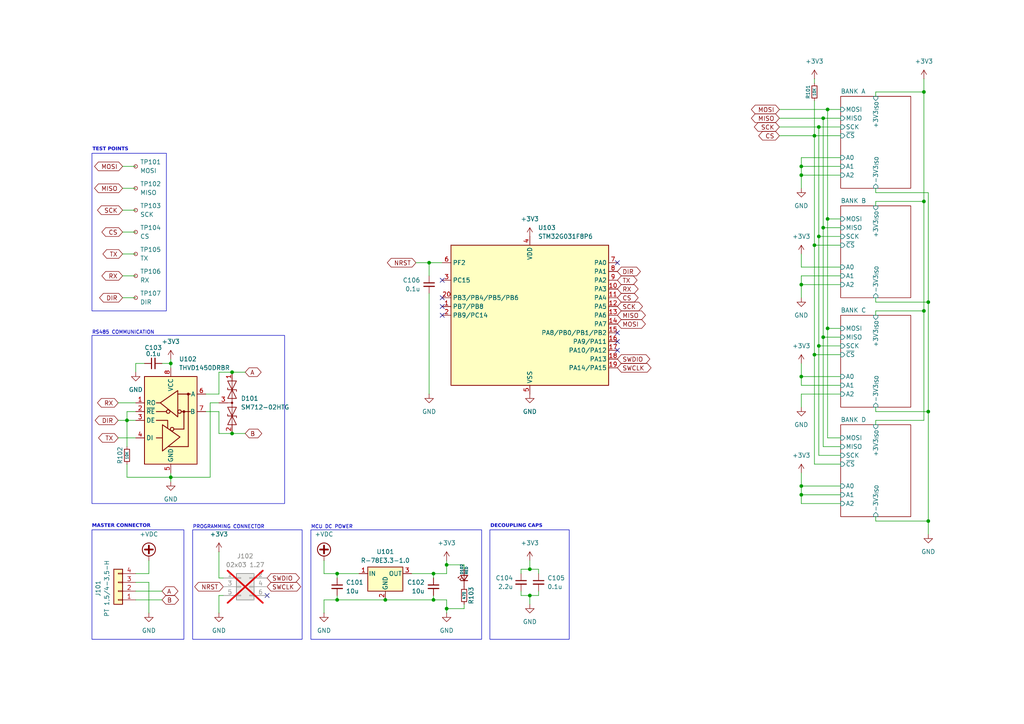
<source format=kicad_sch>
(kicad_sch (version 20250114) (generator "eeschema") (generator_version "9.0")
  (paper "A4")
  (title_block (title "OM-64DO - 64 CHANNEL OUTPUT EXPANSION MODULE (MAIN)") (date "2025-12-08") (rev "1A") (company "HTTPS://GITHUB.COM/OPENMODBUS/OM-64DO") (comment 1 "Supply voltage: 7–28 V DC; Output rating: up to 50 V DC (load side)") (comment 2 "Suitable for driving relay coils and other loads.") (comment 3 "Communicates with other devices via MODBUS and provides 64 low-side outputs.") (comment 4 "Module designed for home industrial automation systems."))
  (lib_symbols
    (symbol "Connector:TestPoint_Small" (pin_numbers (hide yes)) (pin_names (offset 0.762) (hide yes))
      (property "Reference" "TP" (at 0 3.81 0))
      (property "Value" "TestPoint_Small" (at 0 2.032 0))
      (symbol "TestPoint_Small_0_1"
        (circle (center 0 0) (radius 0.508))
      )
      (symbol "TestPoint_Small_1_1"
        (pin passive line (at 0 0 90) (length 0) (name "1") (number "1"))
      )
    )
    (symbol "Connector_Generic:Conn_01x04" (pin_names (offset 1.016) (hide yes))
      (property "Reference" "J" (at 0 5.08 0))
      (property "Value" "Conn_01x04" (at 0 -7.62 0))
      (symbol "Conn_01x04_1_1"
        (rectangle (start -1.27 3.81) (end 1.27 -6.35) (stroke (width 0.254)) (fill (type background)))
        (rectangle (start -1.27 2.667) (end 0 2.413) (stroke (width 0.1524)))
        (rectangle (start -1.27 0.127) (end 0 -0.127) (stroke (width 0.1524)))
        (rectangle (start -1.27 -2.413) (end 0 -2.667) (stroke (width 0.1524)))
        (rectangle (start -1.27 -4.953) (end 0 -5.207) (stroke (width 0.1524)))
        (pin passive line (at -5.08 2.54 0) (length 3.81) (name "Pin_1") (number "1"))
        (pin passive line (at -5.08 0 0) (length 3.81) (name "Pin_2") (number "2"))
        (pin passive line (at -5.08 -2.54 0) (length 3.81) (name "Pin_3") (number "3"))
        (pin passive line (at -5.08 -5.08 0) (length 3.81) (name "Pin_4") (number "4"))
      )
    )
    (symbol "Connector_Generic:Conn_02x03_Odd_Even" (pin_names (offset 1.016) (hide yes))
      (property "Reference" "J" (at 1.27 5.08 0))
      (property "Value" "Conn_02x03_Odd_Even" (at 1.27 -5.08 0))
      (symbol "Conn_02x03_Odd_Even_1_1"
        (rectangle (start -1.27 3.81) (end 3.81 -3.81) (stroke (width 0.254)) (fill (type background)))
        (rectangle (start -1.27 2.667) (end 0 2.413) (stroke (width 0.1524)))
        (rectangle (start -1.27 0.127) (end 0 -0.127) (stroke (width 0.1524)))
        (rectangle (start -1.27 -2.413) (end 0 -2.667) (stroke (width 0.1524)))
        (rectangle (start 3.81 2.667) (end 2.54 2.413) (stroke (width 0.1524)))
        (rectangle (start 3.81 0.127) (end 2.54 -0.127) (stroke (width 0.1524)))
        (rectangle (start 3.81 -2.413) (end 2.54 -2.667) (stroke (width 0.1524)))
        (pin passive line (at -5.08 2.54 0) (length 3.81) (name "Pin_1") (number "1"))
        (pin passive line (at -5.08 0 0) (length 3.81) (name "Pin_3") (number "3"))
        (pin passive line (at -5.08 -2.54 0) (length 3.81) (name "Pin_5") (number "5"))
        (pin passive line (at 7.62 2.54 180) (length 3.81) (name "Pin_2") (number "2"))
        (pin passive line (at 7.62 0 180) (length 3.81) (name "Pin_4") (number "4"))
        (pin passive line (at 7.62 -2.54 180) (length 3.81) (name "Pin_6") (number "6"))
      )
    )
    (symbol "Device:C_Small" (pin_numbers (hide yes)) (pin_names (offset 0.254) (hide yes))
      (property "Reference" "C" (at 0.254 1.778 0))
      (property "Value" "C_Small" (at 0.254 -2.032 0))
      (symbol "C_Small_0_1"
        (polyline (pts (xy -1.524 0.508) (xy 1.524 0.508)) (stroke (width 0.3048)))
        (polyline (pts (xy -1.524 -0.508) (xy 1.524 -0.508)) (stroke (width 0.3302)))
      )
      (symbol "C_Small_1_1"
        (pin passive line (at 0 2.54 270) (length 2.032) (name "~") (number "1"))
        (pin passive line (at 0 -2.54 90) (length 2.032) (name "~") (number "2"))
      )
    )
    (symbol "Device:LED_Small" (pin_numbers (hide yes)) (pin_names (offset 0.254) (hide yes))
      (property "Reference" "D" (at -1.27 3.175 0))
      (property "Value" "LED_Small" (at -4.445 -2.54 0))
      (symbol "LED_Small_0_1"
        (polyline (pts (xy -0.762 -1.016) (xy -0.762 1.016)) (stroke (width 0.254)))
        (polyline (pts (xy 0 0.762) (xy -0.508 1.27) (xy -0.254 1.27) (xy -0.508 1.27) (xy -0.508 1.016)))
        (polyline (pts (xy 0.508 1.27) (xy 0 1.778) (xy 0.254 1.778) (xy 0 1.778) (xy 0 1.524)))
        (polyline (pts (xy 0.762 -1.016) (xy -0.762 0) (xy 0.762 1.016) (xy 0.762 -1.016)) (stroke (width 0.254)))
        (polyline (pts (xy 1.016 0) (xy -0.762 0)))
      )
      (symbol "LED_Small_1_1"
        (pin passive line (at -2.54 0 0) (length 1.778) (name "K") (number "1"))
        (pin passive line (at 2.54 0 180) (length 1.778) (name "A") (number "2"))
      )
    )
    (symbol "Device:R_Small" (pin_numbers (hide yes)) (pin_names (offset 0.254) (hide yes))
      (property "Reference" "R" (at 0 0 90))
      (property "Value" "R_Small" (at 1.778 0 90))
      (symbol "R_Small_0_1"
        (rectangle (start -0.762 1.778) (end 0.762 -1.778) (stroke (width 0.2032)))
      )
      (symbol "R_Small_1_1"
        (pin passive line (at 0 2.54 270) (length 0.762) (name "~") (number "1"))
        (pin passive line (at 0 -2.54 90) (length 0.762) (name "~") (number "2"))
      )
    )
    (symbol "Diode:SM712_SOT23" (pin_names (offset 1.016) (hide yes))
      (property "Reference" "D" (at 0 4.445 0))
      (property "Value" "SM712_SOT23" (at 0 2.54 0))
      (symbol "SM712_SOT23_0_0"
        (polyline (pts (xy 0 -1.27) (xy 0 0)))
      )
      (symbol "SM712_SOT23_0_1"
        (polyline (pts (xy -6.35 0) (xy 6.35 0)))
        (polyline (pts (xy -6.35 -1.27) (xy -1.27 1.27) (xy -1.27 -1.27) (xy -6.35 1.27) (xy -6.35 -1.27)) (stroke (width 0.2032)))
        (polyline (pts (xy -3.302 1.27) (xy -3.81 1.27) (xy -3.81 -1.27) (xy -4.318 -1.27)) (stroke (width 0.2032)))
        (circle (center 0 0) (radius 0.254) (fill (type outline)))
        (polyline (pts (xy 1.27 -1.27) (xy 1.27 1.27) (xy 6.35 -1.27) (xy 6.35 1.27) (xy 1.27 -1.27)) (stroke (width 0.2032)))
        (polyline (pts (xy 4.318 1.27) (xy 3.81 1.27) (xy 3.81 -1.27) (xy 3.302 -1.27)) (stroke (width 0.2032)))
      )
      (symbol "SM712_SOT23_1_1"
        (pin passive line (at -8.89 0 0) (length 2.54) (name "A1") (number "1"))
        (pin input line (at 0 -3.81 90) (length 2.54) (name "common") (number "3"))
        (pin passive line (at 8.89 0 180) (length 2.54) (name "A2") (number "2"))
      )
    )
    (symbol "MCU_ST_STM32G0:STM32G031F8Px"
      (property "Reference" "U" (at -22.86 21.59 0))
      (property "Value" "STM32G031F8Px" (at 2.54 21.59 0))
      (symbol "STM32G031F8Px_0_1"
        (rectangle (start -22.86 -20.32) (end 22.86 20.32) (stroke (width 0.254)) (fill (type background)))
      )
      (symbol "STM32G031F8Px_1_1"
        (pin bidirectional line (at -25.4 15.24 0) (length 2.54) (name "PF2") (number "6"))
        (pin bidirectional line (at -25.4 10.16 0) (length 2.54) (name "PC15") (number "3"))
        (pin bidirectional line (at -25.4 5.08 0) (length 2.54) (name "PB3/PB4/PB5/PB6") (number "20"))
        (pin bidirectional line (at -25.4 2.54 0) (length 2.54) (name "PB7/PB8") (number "1"))
        (pin bidirectional line (at -25.4 0 0) (length 2.54) (name "PB9/PC14") (number "2"))
        (pin power_in line (at 0 22.86 270) (length 2.54) (name "VDD") (number "4"))
        (pin power_in line (at 0 -22.86 90) (length 2.54) (name "VSS") (number "5"))
        (pin bidirectional line (at 25.4 15.24 180) (length 2.54) (name "PA0") (number "7"))
        (pin bidirectional line (at 25.4 12.7 180) (length 2.54) (name "PA1") (number "8"))
        (pin bidirectional line (at 25.4 10.16 180) (length 2.54) (name "PA2") (number "9"))
        (pin bidirectional line (at 25.4 7.62 180) (length 2.54) (name "PA3") (number "10"))
        (pin bidirectional line (at 25.4 5.08 180) (length 2.54) (name "PA4") (number "11"))
        (pin bidirectional line (at 25.4 2.54 180) (length 2.54) (name "PA5") (number "12"))
        (pin bidirectional line (at 25.4 0 180) (length 2.54) (name "PA6") (number "13"))
        (pin bidirectional line (at 25.4 -2.54 180) (length 2.54) (name "PA7") (number "14"))
        (pin bidirectional line (at 25.4 -5.08 180) (length 2.54) (name "PA8/PB0/PB1/PB2") (number "15"))
        (pin bidirectional line (at 25.4 -7.62 180) (length 2.54) (name "PA9/PA11") (number "16"))
        (pin bidirectional line (at 25.4 -10.16 180) (length 2.54) (name "PA10/PA12") (number "17"))
        (pin bidirectional line (at 25.4 -12.7 180) (length 2.54) (name "PA13") (number "18"))
        (pin bidirectional line (at 25.4 -15.24 180) (length 2.54) (name "PA14/PA15") (number "19"))
      )
    )
    (symbol "Project_Library:THVD1450DR"
      (property "Reference" "U" (at -6.985 13.97 0))
      (property "Value" "THVD1450DR" (at 1.905 13.97 0))
      (symbol "THVD1450DR_0_1"
        (rectangle (start -7.62 12.7) (end 7.62 -12.7) (stroke (width 0.254)) (fill (type background)))
        (polyline (pts (xy -4.191 2.54) (xy -1.27 2.54)) (stroke (width 0.254)))
        (polyline (pts (xy -4.191 0) (xy -0.889 0) (xy -0.889 -2.286)) (stroke (width 0.254)))
        (polyline (pts (xy -3.175 5.08) (xy -4.191 5.08) (xy -4.064 5.08)) (stroke (width 0.254)))
        (polyline (pts (xy -2.54 -5.08) (xy -4.191 -5.08)) (stroke (width 0.254)))
        (polyline (pts (xy -2.413 -5.08) (xy -2.413 -1.27) (xy 2.667 -4.826) (xy -2.413 -8.89) (xy -2.413 -5.08)) (stroke (width 0.254)))
        (polyline (pts (xy -0.635 -7.62) (xy 5.08 -7.62)) (stroke (width 0.254)))
        (circle (center 0.381 -2.54) (radius 0.508) (stroke (width 0.254)))
        (polyline (pts (xy 0.889 -2.54) (xy 3.81 -2.54)) (stroke (width 0.254)))
        (polyline (pts (xy 2.032 7.62) (xy 5.715 7.62)) (stroke (width 0.254)))
        (polyline (pts (xy 3.048 2.54) (xy 5.715 2.54)) (stroke (width 0.254)))
        (circle (center 3.81 2.54) (radius 0.2794) (stroke (width 0.254)) (fill (type outline)))
        (polyline (pts (xy 3.81 -2.54) (xy 3.81 2.54)) (stroke (width 0.254)))
        (polyline (pts (xy 5.08 -7.62) (xy 5.08 7.62)) (stroke (width 0.254)))
      )
      (symbol "THVD1450DR_1_1"
        (circle (center -0.762 2.54) (radius 0.508) (stroke (width 0.254)))
        (polyline (pts (xy 2.032 4.826) (xy 2.032 8.636) (xy -3.048 5.08) (xy 2.032 1.016) (xy 2.032 4.826)) (stroke (width 0.254)))
        (circle (center 2.54 2.54) (radius 0.508) (stroke (width 0.254)))
        (circle (center 5.08 7.62) (radius 0.2794) (stroke (width 0.254)) (fill (type outline)))
        (pin output line (at -10.16 5.08 0) (length 2.54) (name "RO") (number "1"))
        (pin input line (at -10.16 2.54 0) (length 2.54) (name "~{RE}") (number "2"))
        (pin input line (at -10.16 0 0) (length 2.54) (name "DE") (number "3"))
        (pin input line (at -10.16 -5.08 0) (length 2.54) (name "DI") (number "4"))
        (pin power_in line (at 0 15.24 270) (length 2.54) (name "VCC") (number "8"))
        (pin power_in line (at 0 -15.24 90) (length 2.54) (name "GND") (number "5"))
        (pin power_in line (at 0 -15.24 90) (length 2.54) (hide yes) (name "GND") (number "9"))
        (pin bidirectional line (at 10.16 7.62 180) (length 2.54) (name "A") (number "6"))
        (pin bidirectional line (at 10.16 2.54 180) (length 2.54) (name "B") (number "7"))
      )
    )
    (symbol "Regulator_Switching:R-78E3.3-1.0" (pin_names (offset 0.254))
      (property "Reference" "U" (at -3.81 3.175 0))
      (property "Value" "R-78E3.3-1.0" (at 0 3.175 0))
      (symbol "R-78E3.3-1.0_0_1"
        (rectangle (start -5.08 1.905) (end 5.08 -5.08) (stroke (width 0.254)) (fill (type background)))
      )
      (symbol "R-78E3.3-1.0_1_1"
        (pin power_in line (at -7.62 0 0) (length 2.54) (name "IN") (number "1"))
        (pin power_in line (at 0 -7.62 90) (length 2.54) (name "GND") (number "2"))
        (pin power_out line (at 7.62 0 180) (length 2.54) (name "OUT") (number "3"))
      )
    )
    (symbol "power:+3V3" (power) (pin_numbers (hide yes)) (pin_names (offset 0) (hide yes))
      (property "Value" "+3V3" (at 0 3.556 0))
      (symbol "+3V3_0_1"
        (polyline (pts (xy -0.762 1.27) (xy 0 2.54)))
        (polyline (pts (xy 0 2.54) (xy 0.762 1.27)))
        (polyline (pts (xy 0 0) (xy 0 2.54)))
      )
      (symbol "+3V3_1_1"
        (pin power_in line (at 0 0 90) (length 0) (name "~") (number "1"))
      )
    )
    (symbol "power:+VDC" (power) (pin_numbers (hide yes)) (pin_names (offset 0) (hide yes))
      (property "Value" "+VDC" (at 0 6.35 0))
      (symbol "+VDC_0_1"
        (polyline (pts (xy -1.143 3.175) (xy 1.143 3.175)) (stroke (width 0.508)))
        (circle (center 0 3.175) (radius 1.905) (stroke (width 0.254)))
        (polyline (pts (xy 0 2.032) (xy 0 4.318)) (stroke (width 0.508)))
        (polyline (pts (xy 0 0) (xy 0 1.27)))
      )
      (symbol "+VDC_1_1"
        (pin power_in line (at 0 0 90) (length 0) (name "~") (number "1"))
      )
    )
    (symbol "power:GND" (power) (pin_numbers (hide yes)) (pin_names (offset 0) (hide yes))
      (property "Value" "GND" (at 0 -3.81 0))
      (symbol "GND_0_1"
        (polyline (pts (xy 0 0) (xy 0 -1.27) (xy 1.27 -1.27) (xy 0 -2.54) (xy -1.27 -1.27) (xy 0 -1.27)))
      )
      (symbol "GND_1_1"
        (pin power_in line (at 0 0 270) (length 0) (name "~") (number "1"))
      )
    )
  )
  (rectangle (start 90.17 153.67) (end 139.7 185.42))
  (rectangle (start 55.88 153.67) (end 87.63 185.42))
  (rectangle (start 26.67 153.67) (end 53.34 185.42))
  (rectangle (start 142.0842 153.67) (end 165.1 185.42))
  (rectangle (start 26.67 97.282) (end 82.55 146.05))
  (rectangle (start 26.67 44.45) (end 48.26 90.17))
  (text "DECOUPLING CAPS" (at 142.24 152.908 0) (effects (font (size 1.016 1.016) (thickness 0.2032) (bold yes)) (justify left)))
  (text "MASTER CONNECTOR" (at 26.67 152.908 0) (effects (font (size 1.016 1.016) (thickness 0.2032) (bold yes)) (justify left)))
  (text "RS485 COMMUNICATION" (at 26.67 96.52 0) (effects (font (size 1.016 1.016)) (justify left)))
  (text "TEST POINTS" (at 26.8258 43.6542 0) (effects (font (size 1.016 1.016) (thickness 0.2032) (bold yes)) (justify left)))
  (text "MCU DC POWER" (at 90.17 152.908 0) (effects (font (size 1.016 1.016)) (justify left)))
  (text "PROGRAMMING CONNECTOR" (at 55.88 152.908 0) (effects (font (size 1.016 1.016)) (justify left)))
  (junction (at 67.31 125.73))
  (junction (at 240.03 95.25))
  (junction (at 232.41 48.26))
  (junction (at 153.67 172.72))
  (junction (at 232.41 143.51))
  (junction (at 49.53 138.43))
  (junction (at 129.54 176.53))
  (junction (at 125.73 173.99))
  (junction (at 124.46 76.2))
  (junction (at 237.49 36.83))
  (junction (at 111.76 173.99))
  (junction (at 232.41 140.97))
  (junction (at 238.76 66.04))
  (junction (at 238.76 34.29))
  (junction (at 269.24 119.38))
  (junction (at 125.73 166.37))
  (junction (at 237.49 68.58))
  (junction (at 97.79 173.99))
  (junction (at 240.03 31.75))
  (junction (at 236.22 71.12))
  (junction (at 267.97 26.67))
  (junction (at 269.24 87.63))
  (junction (at 267.97 90.17))
  (junction (at 67.31 107.95))
  (junction (at 129.54 163.83))
  (junction (at 232.41 50.8))
  (junction (at 267.97 58.42))
  (junction (at 232.41 109.22))
  (junction (at 237.49 100.33))
  (junction (at 236.22 102.87))
  (junction (at 238.76 97.79))
  (junction (at 236.22 39.37))
  (junction (at 49.53 105.41))
  (junction (at 36.83 121.92))
  (junction (at 232.41 82.55))
  (junction (at 97.79 166.37))
  (junction (at 153.67 165.1))
  (junction (at 269.24 151.13))
  (junction (at 240.03 63.5))
  (no_connect (at 179.07 101.6))
  (no_connect (at 128.27 91.44))
  (no_connect (at 179.07 99.06))
  (no_connect (at 128.27 86.36))
  (no_connect (at 179.07 76.2))
  (no_connect (at 128.27 81.28))
  (no_connect (at 179.07 96.52))
  (no_connect (at 77.47 172.72))
  (no_connect (at 128.27 88.9))
  (wire (pts (xy 254 90.17) (xy 267.97 90.17)))
  (wire (pts (xy 226.06 34.29) (xy 238.76 34.29)))
  (wire (pts (xy 236.22 102.87) (xy 243.84 102.87)))
  (wire (pts (xy 39.37 119.38) (xy 36.83 119.38)))
  (wire (pts (xy 243.84 50.8) (xy 232.41 50.8)))
  (wire (pts (xy 125.73 172.72) (xy 125.73 173.99)))
  (wire (pts (xy 151.13 166.37) (xy 151.13 165.1)))
  (wire (pts (xy 67.31 125.73) (xy 71.12 125.73)))
  (wire (pts (xy 240.03 63.5) (xy 243.84 63.5)))
  (wire (pts (xy 153.67 165.1) (xy 156.21 165.1)))
  (wire (pts (xy 243.84 129.54) (xy 238.76 129.54)))
  (wire (pts (xy 41.91 105.41) (xy 39.37 105.41)))
  (wire (pts (xy 129.54 163.83) (xy 134.62 163.83)))
  (wire (pts (xy 232.41 50.8) (xy 232.41 54.61)))
  (wire (pts (xy 63.5 172.72) (xy 63.5 177.8)))
  (wire (pts (xy 254 119.38) (xy 269.24 119.38)))
  (wire (pts (xy 67.31 107.95) (xy 71.12 107.95)))
  (wire (pts (xy 232.41 45.72) (xy 232.41 48.26)))
  (wire (pts (xy 236.22 22.86) (xy 236.22 24.13)))
  (wire (pts (xy 254 54.61) (xy 254 55.88)))
  (wire (pts (xy 236.22 39.37) (xy 243.84 39.37)))
  (wire (pts (xy 243.84 80.01) (xy 232.41 80.01)))
  (wire (pts (xy 93.98 173.99) (xy 97.79 173.99)))
  (wire (pts (xy 240.03 63.5) (xy 240.03 95.25)))
  (wire (pts (xy 156.21 171.45) (xy 156.21 172.72)))
  (wire (pts (xy 237.49 36.83) (xy 237.49 68.58)))
  (wire (pts (xy 243.84 134.62) (xy 236.22 134.62)))
  (wire (pts (xy 243.84 82.55) (xy 232.41 82.55)))
  (wire (pts (xy 129.54 176.53) (xy 134.62 176.53)))
  (wire (pts (xy 254 86.36) (xy 254 87.63)))
  (wire (pts (xy 93.98 177.8) (xy 93.98 173.99)))
  (wire (pts (xy 232.41 105.41) (xy 232.41 109.22)))
  (wire (pts (xy 232.41 143.51) (xy 232.41 140.97)))
  (wire (pts (xy 63.5 125.73) (xy 67.31 125.73)))
  (wire (pts (xy 240.03 95.25) (xy 240.03 127)))
  (wire (pts (xy 236.22 71.12) (xy 243.84 71.12)))
  (wire (pts (xy 232.41 140.97) (xy 243.84 140.97)))
  (wire (pts (xy 232.41 111.76) (xy 232.41 109.22)))
  (wire (pts (xy 43.18 166.37) (xy 43.18 162.56)))
  (wire (pts (xy 254 59.69) (xy 254 58.42)))
  (wire (pts (xy 49.53 104.14) (xy 49.53 105.41)))
  (wire (pts (xy 237.49 68.58) (xy 237.49 100.33)))
  (wire (pts (xy 240.03 95.25) (xy 243.84 95.25)))
  (wire (pts (xy 39.37 105.41) (xy 39.37 107.95)))
  (wire (pts (xy 238.76 34.29) (xy 238.76 66.04)))
  (wire (pts (xy 254 58.42) (xy 267.97 58.42)))
  (wire (pts (xy 111.76 173.99) (xy 125.73 173.99)))
  (wire (pts (xy 243.84 45.72) (xy 232.41 45.72)))
  (wire (pts (xy 254 151.13) (xy 269.24 151.13)))
  (wire (pts (xy 232.41 109.22) (xy 243.84 109.22)))
  (wire (pts (xy 36.83 121.92) (xy 36.83 129.54)))
  (wire (pts (xy 243.84 114.3) (xy 232.41 114.3)))
  (wire (pts (xy 238.76 66.04) (xy 238.76 97.79)))
  (wire (pts (xy 226.06 36.83) (xy 237.49 36.83)))
  (wire (pts (xy 243.84 31.75) (xy 240.03 31.75)))
  (wire (pts (xy 34.29 116.84) (xy 39.37 116.84)))
  (wire (pts (xy 254 27.94) (xy 254 26.67)))
  (wire (pts (xy 63.5 119.38) (xy 63.5 125.73)))
  (wire (pts (xy 240.03 31.75) (xy 240.03 63.5)))
  (wire (pts (xy 238.76 34.29) (xy 243.84 34.29)))
  (wire (pts (xy 63.5 107.95) (xy 67.31 107.95)))
  (wire (pts (xy 267.97 90.17) (xy 267.97 121.92)))
  (wire (pts (xy 60.96 116.84) (xy 60.96 138.43)))
  (wire (pts (xy 237.49 100.33) (xy 243.84 100.33)))
  (wire (pts (xy 254 55.88) (xy 269.24 55.88)))
  (wire (pts (xy 39.37 171.45) (xy 46.99 171.45)))
  (wire (pts (xy 129.54 177.8) (xy 129.54 176.53)))
  (wire (pts (xy 237.49 100.33) (xy 237.49 132.08)))
  (wire (pts (xy 36.83 121.92) (xy 39.37 121.92)))
  (wire (pts (xy 134.62 165.1) (xy 134.62 163.83)))
  (wire (pts (xy 269.24 151.13) (xy 269.24 154.94)))
  (wire (pts (xy 267.97 26.67) (xy 267.97 58.42)))
  (wire (pts (xy 59.69 114.3) (xy 63.5 114.3)))
  (wire (pts (xy 232.41 73.66) (xy 232.41 77.47)))
  (wire (pts (xy 243.84 146.05) (xy 232.41 146.05)))
  (wire (pts (xy 153.67 172.72) (xy 151.13 172.72)))
  (wire (pts (xy 125.73 166.37) (xy 125.73 167.64)))
  (wire (pts (xy 156.21 165.1) (xy 156.21 166.37)))
  (wire (pts (xy 39.37 173.99) (xy 46.99 173.99)))
  (wire (pts (xy 232.41 80.01) (xy 232.41 82.55)))
  (wire (pts (xy 254 149.86) (xy 254 151.13)))
  (wire (pts (xy 254 118.11) (xy 254 119.38)))
  (wire (pts (xy 35.56 60.96) (xy 39.37 60.96)))
  (wire (pts (xy 36.83 119.38) (xy 36.83 121.92)))
  (wire (pts (xy 49.53 137.16) (xy 49.53 138.43)))
  (wire (pts (xy 243.84 77.47) (xy 232.41 77.47)))
  (wire (pts (xy 237.49 132.08) (xy 243.84 132.08)))
  (wire (pts (xy 43.18 168.91) (xy 43.18 177.8)))
  (wire (pts (xy 35.56 54.61) (xy 39.37 54.61)))
  (wire (pts (xy 269.24 87.63) (xy 269.24 55.88)))
  (wire (pts (xy 36.83 134.62) (xy 36.83 138.43)))
  (wire (pts (xy 63.5 167.64) (xy 64.77 167.64)))
  (wire (pts (xy 46.99 105.41) (xy 49.53 105.41)))
  (wire (pts (xy 35.56 80.01) (xy 39.37 80.01)))
  (wire (pts (xy 35.56 73.66) (xy 39.37 73.66)))
  (wire (pts (xy 60.96 138.43) (xy 49.53 138.43)))
  (wire (pts (xy 232.41 114.3) (xy 232.41 118.11)))
  (wire (pts (xy 63.5 114.3) (xy 63.5 107.95)))
  (wire (pts (xy 254 121.92) (xy 267.97 121.92)))
  (wire (pts (xy 236.22 71.12) (xy 236.22 39.37)))
  (wire (pts (xy 237.49 68.58) (xy 243.84 68.58)))
  (wire (pts (xy 120.65 76.2) (xy 124.46 76.2)))
  (wire (pts (xy 243.84 111.76) (xy 232.41 111.76)))
  (wire (pts (xy 232.41 146.05) (xy 232.41 143.51)))
  (wire (pts (xy 151.13 165.1) (xy 153.67 165.1)))
  (wire (pts (xy 243.84 143.51) (xy 232.41 143.51)))
  (wire (pts (xy 49.53 138.43) (xy 49.53 139.7)))
  (wire (pts (xy 232.41 48.26) (xy 232.41 50.8)))
  (wire (pts (xy 97.79 173.99) (xy 111.76 173.99)))
  (wire (pts (xy 129.54 166.37) (xy 125.73 166.37)))
  (wire (pts (xy 124.46 76.2) (xy 128.27 76.2)))
  (wire (pts (xy 153.67 172.72) (xy 153.67 175.26)))
  (wire (pts (xy 129.54 176.53) (xy 129.54 173.99)))
  (wire (pts (xy 129.54 163.83) (xy 129.54 166.37)))
  (wire (pts (xy 93.98 162.56) (xy 93.98 166.37)))
  (wire (pts (xy 97.79 166.37) (xy 97.79 167.64)))
  (wire (pts (xy 267.97 22.86) (xy 267.97 26.67)))
  (wire (pts (xy 63.5 160.02) (xy 63.5 167.64)))
  (wire (pts (xy 93.98 166.37) (xy 97.79 166.37)))
  (wire (pts (xy 35.56 67.31) (xy 39.37 67.31)))
  (wire (pts (xy 232.41 82.55) (xy 232.41 86.36)))
  (wire (pts (xy 267.97 58.42) (xy 267.97 90.17)))
  (wire (pts (xy 238.76 97.79) (xy 243.84 97.79)))
  (wire (pts (xy 59.69 119.38) (xy 63.5 119.38)))
  (wire (pts (xy 151.13 172.72) (xy 151.13 171.45)))
  (wire (pts (xy 124.46 80.01) (xy 124.46 76.2)))
  (wire (pts (xy 39.37 166.37) (xy 43.18 166.37)))
  (wire (pts (xy 269.24 119.38) (xy 269.24 151.13)))
  (wire (pts (xy 64.77 172.72) (xy 63.5 172.72)))
  (wire (pts (xy 34.29 121.92) (xy 36.83 121.92)))
  (wire (pts (xy 129.54 173.99) (xy 125.73 173.99)))
  (wire (pts (xy 134.62 175.26) (xy 134.62 176.53)))
  (wire (pts (xy 236.22 102.87) (xy 236.22 71.12)))
  (wire (pts (xy 236.22 134.62) (xy 236.22 102.87)))
  (wire (pts (xy 129.54 162.56) (xy 129.54 163.83)))
  (wire (pts (xy 119.38 166.37) (xy 125.73 166.37)))
  (wire (pts (xy 254 123.19) (xy 254 121.92)))
  (wire (pts (xy 269.24 119.38) (xy 269.24 87.63)))
  (wire (pts (xy 226.06 39.37) (xy 236.22 39.37)))
  (wire (pts (xy 63.5 116.84) (xy 60.96 116.84)))
  (wire (pts (xy 238.76 129.54) (xy 238.76 97.79)))
  (wire (pts (xy 254 87.63) (xy 269.24 87.63)))
  (wire (pts (xy 35.56 86.36) (xy 39.37 86.36)))
  (wire (pts (xy 34.29 127) (xy 39.37 127)))
  (wire (pts (xy 254 26.67) (xy 267.97 26.67)))
  (wire (pts (xy 238.76 66.04) (xy 243.84 66.04)))
  (wire (pts (xy 104.14 166.37) (xy 97.79 166.37)))
  (wire (pts (xy 156.21 172.72) (xy 153.67 172.72)))
  (wire (pts (xy 124.46 85.09) (xy 124.46 114.3)))
  (wire (pts (xy 236.22 29.21) (xy 236.22 39.37)))
  (wire (pts (xy 254 91.44) (xy 254 90.17)))
  (wire (pts (xy 36.83 138.43) (xy 49.53 138.43)))
  (wire (pts (xy 49.53 105.41) (xy 49.53 106.68)))
  (wire (pts (xy 39.37 168.91) (xy 43.18 168.91)))
  (wire (pts (xy 243.84 36.83) (xy 237.49 36.83)))
  (wire (pts (xy 232.41 48.26) (xy 243.84 48.26)))
  (wire (pts (xy 97.79 172.72) (xy 97.79 173.99)))
  (wire (pts (xy 240.03 127) (xy 243.84 127)))
  (wire (pts (xy 232.41 137.16) (xy 232.41 140.97)))
  (wire (pts (xy 153.67 162.56) (xy 153.67 165.1)))
  (wire (pts (xy 35.56 48.26) (xy 39.37 48.26)))
  (wire (pts (xy 226.06 31.75) (xy 240.03 31.75)))
  (global_label "RX" (shape bidirectional) (at 34.29 116.84 180) (property "Intersheetrefs" "${INTERSHEET_REFS}" (effects (hide yes))))
  (global_label "SWDIO" (shape bidirectional) (at 179.07 104.14 0) (property "Intersheetrefs" "${INTERSHEET_REFS}" (effects (hide yes))))
  (global_label "MISO" (shape bidirectional) (at 179.07 91.44 0) (property "Intersheetrefs" "${INTERSHEET_REFS}" (effects (hide yes))))
  (global_label "A" (shape bidirectional) (at 46.99 171.45 0) (property "Intersheetrefs" "${INTERSHEET_REFS}" (effects (hide yes))))
  (global_label "B" (shape bidirectional) (at 46.99 173.99 0) (property "Intersheetrefs" "${INTERSHEET_REFS}" (effects (hide yes))))
  (global_label "CS" (shape bidirectional) (at 226.06 39.37 180) (property "Intersheetrefs" "${INTERSHEET_REFS}" (effects (hide yes))))
  (global_label "CS" (shape bidirectional) (at 179.07 86.36 0) (property "Intersheetrefs" "${INTERSHEET_REFS}" (effects (hide yes))))
  (global_label "SWCLK" (shape bidirectional) (at 179.07 106.68 0) (property "Intersheetrefs" "${INTERSHEET_REFS}" (effects (hide yes))))
  (global_label "SWCLK" (shape bidirectional) (at 77.47 170.18 0) (property "Intersheetrefs" "${INTERSHEET_REFS}" (effects (hide yes))))
  (global_label "DIR" (shape bidirectional) (at 179.07 78.74 0) (property "Intersheetrefs" "${INTERSHEET_REFS}" (effects (hide yes))))
  (global_label "RX" (shape bidirectional) (at 35.56 80.01 180) (property "Intersheetrefs" "${INTERSHEET_REFS}" (effects (hide yes))))
  (global_label "MISO" (shape bidirectional) (at 35.56 54.61 180) (property "Intersheetrefs" "${INTERSHEET_REFS}" (effects (hide yes))))
  (global_label "A" (shape bidirectional) (at 71.12 107.95 0) (property "Intersheetrefs" "${INTERSHEET_REFS}" (effects (hide yes))))
  (global_label "SCK" (shape bidirectional) (at 35.56 60.96 180) (property "Intersheetrefs" "${INTERSHEET_REFS}" (effects (hide yes))))
  (global_label "TX" (shape bidirectional) (at 179.07 81.28 0) (property "Intersheetrefs" "${INTERSHEET_REFS}" (effects (hide yes))))
  (global_label "SCK" (shape bidirectional) (at 179.07 88.9 0) (property "Intersheetrefs" "${INTERSHEET_REFS}" (effects (hide yes))))
  (global_label "NRST" (shape bidirectional) (at 120.65 76.2 180) (property "Intersheetrefs" "${INTERSHEET_REFS}" (effects (hide yes))))
  (global_label "MOSI" (shape bidirectional) (at 226.06 31.75 180) (property "Intersheetrefs" "${INTERSHEET_REFS}" (effects (hide yes))))
  (global_label "SWDIO" (shape bidirectional) (at 77.47 167.64 0) (property "Intersheetrefs" "${INTERSHEET_REFS}" (effects (hide yes))))
  (global_label "NRST" (shape bidirectional) (at 64.77 170.18 180) (property "Intersheetrefs" "${INTERSHEET_REFS}" (effects (hide yes))))
  (global_label "MOSI" (shape bidirectional) (at 179.07 93.98 0) (property "Intersheetrefs" "${INTERSHEET_REFS}" (effects (hide yes))))
  (global_label "SCK" (shape bidirectional) (at 226.06 36.83 180) (property "Intersheetrefs" "${INTERSHEET_REFS}" (effects (hide yes))))
  (global_label "B" (shape bidirectional) (at 71.12 125.73 0) (property "Intersheetrefs" "${INTERSHEET_REFS}" (effects (hide yes))))
  (global_label "CS" (shape bidirectional) (at 35.56 67.31 180) (property "Intersheetrefs" "${INTERSHEET_REFS}" (effects (hide yes))))
  (global_label "TX" (shape bidirectional) (at 35.56 73.66 180) (property "Intersheetrefs" "${INTERSHEET_REFS}" (effects (hide yes))))
  (global_label "DIR" (shape bidirectional) (at 35.56 86.36 180) (property "Intersheetrefs" "${INTERSHEET_REFS}" (effects (hide yes))))
  (global_label "MOSI" (shape bidirectional) (at 35.56 48.26 180) (property "Intersheetrefs" "${INTERSHEET_REFS}" (effects (hide yes))))
  (global_label "MISO" (shape bidirectional) (at 226.06 34.29 180) (property "Intersheetrefs" "${INTERSHEET_REFS}" (effects (hide yes))))
  (global_label "RX" (shape bidirectional) (at 179.07 83.82 0) (property "Intersheetrefs" "${INTERSHEET_REFS}" (effects (hide yes))))
  (global_label "TX" (shape bidirectional) (at 34.29 127 180) (property "Intersheetrefs" "${INTERSHEET_REFS}" (effects (hide yes))))
  (global_label "DIR" (shape bidirectional) (at 34.29 121.92 180) (property "Intersheetrefs" "${INTERSHEET_REFS}" (effects (hide yes))))
  (symbol (lib_id "power:+3V3") (at 232.41 137.16 0) (unit 1)
    (property "Reference" "#PWR0110" (effects (hide yes)))
    (property "Value" "+3V3" (at 232.41 132.08 0))
    (property "Description" "Power symbol creates a global label with name \"+3V3\"" (effects (hide yes)))
  )
  (symbol (lib_id "Device:C_Small") (at 44.45 105.41 90) (unit 1)
    (property "Reference" "C103" (at 44.45 100.838 90))
    (property "Value" "0.1u" (at 44.45 102.616 90))
    (property "Footprint" "Capacitor_SMD:C_0603_1608Metric" (effects (hide yes)))
    (property "Description" "0.1 uF 50 VDC 10% 0603 X7R AEC-Q200" (effects (hide yes)))
    (property "Part Number" "GCJ188R71H104KA12D" (effects (hide yes)))
    (property "Manufacturer" "Murata" (effects (hide yes)))
    (property "Mouser Part Number" "81-GCJ188R71H104KA2D" (effects (hide yes)))
  )
  (symbol (lib_id "Device:C_Small") (at 156.21 168.91 0) (unit 1)
    (property "Reference" "C105" (at 158.75 167.6463 0) (effects (justify left)))
    (property "Value" "0.1u" (at 158.75 170.1863 0) (effects (justify left)))
    (property "Footprint" "Capacitor_SMD:C_0603_1608Metric" (effects (hide yes)))
    (property "Description" "0.1 uF 50 VDC 10% 0603 X7R AEC-Q200" (effects (hide yes)))
    (property "Part Number" "GCJ188R71H104KA12D" (effects (hide yes)))
    (property "Manufacturer" "Murata" (effects (hide yes)))
    (property "Mouser Part Number" "81-GCJ188R71H104KA2D" (effects (hide yes)))
  )
  (symbol (lib_id "power:GND") (at 153.67 114.3 0) (unit 1)
    (property "Reference" "#PWR0122" (effects (hide yes)))
    (property "Value" "GND" (at 153.67 119.38 0))
    (property "Description" "Power symbol creates a global label with name \"GND\" , ground" (effects (hide yes)))
  )
  (symbol (lib_id "power:GND") (at 43.18 177.8 0) (unit 1)
    (property "Reference" "#PWR0119" (effects (hide yes)))
    (property "Value" "GND" (at 43.18 182.88 0))
    (property "Description" "Power symbol creates a global label with name \"GND\" , ground" (effects (hide yes)))
  )
  (symbol (lib_id "Connector:TestPoint_Small") (at 39.37 54.61 180) (unit 1) (in_bom no)
    (property "Reference" "TP102" (at 40.64 53.34 0) (effects (justify right)))
    (property "Value" "MISO" (at 40.64 55.88 0) (effects (justify right)))
    (property "Footprint" "TestPoint:TestPoint_Pad_D1.0mm" (effects (hide yes)))
    (property "Description" "test point" (effects (hide yes)))
  )
  (symbol (lib_id "power:GND") (at 93.98 177.8 0) (unit 1)
    (property "Reference" "#PWR0112" (effects (hide yes)))
    (property "Value" "GND" (at 93.98 182.88 0))
    (property "Description" "Power symbol creates a global label with name \"GND\" , ground" (effects (hide yes)))
  )
  (symbol (lib_id "power:GND") (at 124.46 114.3 0) (unit 1)
    (property "Reference" "#PWR0125" (effects (hide yes)))
    (property "Value" "GND" (at 124.46 119.38 0))
    (property "Description" "Power symbol creates a global label with name \"GND\" , ground" (effects (hide yes)))
  )
  (symbol (lib_id "Device:C_Small") (at 124.46 82.55 0) (unit 1)
    (property "Reference" "C106" (at 121.92 81.28 0) (effects (justify right)))
    (property "Value" "0.1u" (at 121.92 83.82 0) (effects (justify right)))
    (property "Footprint" "Capacitor_SMD:C_0603_1608Metric" (effects (hide yes)))
    (property "Description" "0.1 uF 50 VDC 10% 0603 X7R AEC-Q200" (effects (hide yes)))
    (property "Part Number" "GCJ188R71H104KA12D" (effects (hide yes)))
    (property "Manufacturer" "Murata" (effects (hide yes)))
    (property "Mouser Part Number" "81-GCJ188R71H104KA2D" (effects (hide yes)))
  )
  (symbol (lib_id "power:+3V3") (at 267.97 22.86 0) (unit 1)
    (property "Reference" "#PWR0101" (effects (hide yes)))
    (property "Value" "+3V3" (at 267.97 17.78 0))
    (property "Description" "Power symbol creates a global label with name \"+3V3\"" (effects (hide yes)))
  )
  (symbol (lib_id "Device:R_Small") (at 134.62 172.72 0) (unit 1)
    (property "Reference" "R103" (at 136.652 172.72 90))
    (property "Value" "470" (at 134.62 172.72 90) (effects (font (size 0.762 0.762))))
    (property "Footprint" "Resistor_SMD:R_0603_1608Metric" (effects (hide yes)))
    (property "Description" "SMD 0603 470Ohm 5% 1/4W AEC-Q200" (effects (hide yes)))
    (property "Manufacturer" "Panasonic" (effects (hide yes)))
    (property "Mouser Part Number" "667-ERJ-UP3J471V" (effects (hide yes)))
    (property "Part Number" "ERJ-UP3J471V" (effects (hide yes)))
  )
  (symbol (lib_id "power:+3V3") (at 153.67 162.56 0) (unit 1)
    (property "Reference" "#PWR0120" (effects (hide yes)))
    (property "Value" "+3V3" (at 153.67 157.48 0))
    (property "Description" "Power symbol creates a global label with name \"+3V3\"" (effects (hide yes)))
  )
  (symbol (lib_id "power:GND") (at 49.53 139.7 0) (unit 1)
    (property "Reference" "#PWR0117" (effects (hide yes)))
    (property "Value" "GND" (at 49.53 144.78 0))
    (property "Description" "Power symbol creates a global label with name \"GND\" , ground" (effects (hide yes)))
  )
  (symbol (lib_id "Project_Library:THVD1450DR") (at 49.53 121.92 0) (unit 1)
    (property "Reference" "U102" (at 51.8969 104.14 0) (effects (justify left)))
    (property "Value" "THVD1450DRBR" (at 51.8969 106.68 0) (effects (justify left)))
    (property "Footprint" "Package_SON:VSON-8-1EP_3x3mm_P0.65mm_EP1.6x2.4mm" (effects (hide yes)))
    (property "Datasheet" "https://www.ti.com/lit/ds/symlink/thvd1450.pdf" (effects (hide yes)))
    (property "Description" "3.3-V to 5-V RS-485 transceiver with ±18-kV IEC ESD protection, VSON-8" (effects (hide yes)))
    (property "Manufacturer" "Texas Instruments" (effects (hide yes)))
    (property "Part Number" "THVD1450DRBR" (effects (hide yes)))
    (property "Mouser Part Number" "595-THVD1450DRBR" (effects (hide yes)))
  )
  (symbol (lib_id "Device:C_Small") (at 97.79 170.18 0) (unit 1)
    (property "Reference" "C101" (at 100.33 168.9163 0) (effects (justify left)))
    (property "Value" "10u" (at 100.33 171.4563 0) (effects (justify left)))
    (property "Footprint" "Capacitor_SMD:C_1206_3216Metric" (effects (hide yes)))
    (property "Description" "10 uF 50 VDC 10% 1206 X5R AEC-Q200" (effects (hide yes)))
    (property "Manufacturer" "Murata" (effects (hide yes)))
    (property "Part Number" "GRT31CR61H106KE01L" (effects (hide yes)))
    (property "Mouser Part Number" "81-GRT31CR61H106KE1L" (effects (hide yes)))
  )
  (symbol (lib_id "power:+3V3") (at 236.22 22.86 0) (unit 1)
    (property "Reference" "#PWR0103" (effects (hide yes)))
    (property "Value" "+3V3" (at 236.22 17.78 0))
    (property "Description" "Power symbol creates a global label with name \"+3V3\"" (effects (hide yes)))
  )
  (symbol (lib_id "Device:C_Small") (at 125.73 170.18 0) (unit 1)
    (property "Reference" "C102" (at 123.19 168.91 0) (effects (justify right)))
    (property "Value" "10u" (at 123.19 171.45 0) (effects (justify right)))
    (property "Footprint" "Capacitor_SMD:C_1206_3216Metric" (effects (hide yes)))
    (property "Description" "10 uF 50 VDC 10% 1206 X5R AEC-Q200" (effects (hide yes)))
    (property "Manufacturer" "Murata" (effects (hide yes)))
    (property "Part Number" "GRT31CR61H106KE01L" (effects (hide yes)))
    (property "Mouser Part Number" "81-GRT31CR61H106KE1L" (effects (hide yes)))
  )
  (symbol (lib_id "Connector:TestPoint_Small") (at 39.37 73.66 180) (unit 1) (in_bom no)
    (property "Reference" "TP105" (at 40.64 72.39 0) (effects (justify right)))
    (property "Value" "TX" (at 40.64 74.93 0) (effects (justify right)))
    (property "Footprint" "TestPoint:TestPoint_Pad_D1.0mm" (effects (hide yes)))
    (property "Description" "test point" (effects (hide yes)))
  )
  (symbol (lib_id "power:+VDC") (at 43.18 162.56 0) (unit 1)
    (property "Reference" "#PWR0118" (effects (hide yes)))
    (property "Value" "+VDC" (at 43.18 154.94 0))
    (property "Description" "Power symbol creates a global label with name \"+VDC\"" (effects (hide yes)))
  )
  (symbol (lib_id "MCU_ST_STM32G0:STM32G031F8Px") (at 153.67 91.44 0) (unit 1)
    (property "Reference" "U103" (at 156.0369 66.04 0) (effects (justify left)))
    (property "Value" "STM32G031F8P6" (at 156.0369 68.58 0) (effects (justify left)))
    (property "Footprint" "Package_SO:TSSOP-20_4.4x6.5mm_P0.65mm" (effects (hide yes)))
    (property "Datasheet" "https://www.st.com/resource/en/datasheet/stm32g031f8.pdf" (effects (hide yes)))
    (property "Description" "STMicroelectronics Arm Cortex-M0+ MCU, 64KB flash, 8KB RAM, 64 MHz, 1.7-3.6V, 18 GPIO, TSSOP20" (effects (hide yes)))
    (property "Part Number" "STM32G031F8P6" (effects (hide yes)))
    (property "Manufacturer" "STMicroelectronics" (effects (hide yes)))
    (property "Mouser Part Number" "511-STM32G031F8P6" (effects (hide yes)))
  )
  (symbol (lib_id "power:+3V3") (at 232.41 105.41 0) (unit 1)
    (property "Reference" "#PWR0108" (effects (hide yes)))
    (property "Value" "+3V3" (at 232.41 100.33 0))
    (property "Description" "Power symbol creates a global label with name \"+3V3\"" (effects (hide yes)))
  )
  (symbol (lib_id "Connector_Generic:Conn_02x03_Odd_Even") (at 69.85 170.18 0) (unit 1) (dnp yes)
    (property "Reference" "J102" (at 71.12 161.29 0))
    (property "Value" "02x03 1.27" (at 71.12 163.83 0))
    (property "Footprint" "Connector_PinHeader_1.27mm:PinHeader_2x03_P1.27mm_Vertical" (effects (hide yes)))
    (property "Description" "Generic connector, double row, 02x03, odd/even pin numbering scheme (row 1 odd numbers, row 2 even numbers), script generated (kicad-library-utils/schlib/autogen/connector/)" (effects (hide yes)))
  )
  (symbol (lib_id "power:GND") (at 63.5 177.8 0) (unit 1)
    (property "Reference" "#PWR0124" (effects (hide yes)))
    (property "Value" "GND" (at 63.5 182.88 0))
    (property "Description" "Power symbol creates a global label with name \"GND\" , ground" (effects (hide yes)))
  )
  (symbol (lib_id "power:GND") (at 153.67 175.26 0) (unit 1)
    (property "Reference" "#PWR0121" (effects (hide yes)))
    (property "Value" "GND" (at 153.67 180.34 0))
    (property "Description" "Power symbol creates a global label with name \"GND\" , ground" (effects (hide yes)))
  )
  (symbol (lib_id "Diode:SM712_SOT23") (at 67.31 116.84 270) (unit 1)
    (property "Reference" "D101" (at 69.85 115.57 90) (effects (justify left)))
    (property "Value" "SM712-02HTG" (at 69.85 118.11 90) (effects (justify left)))
    (property "Footprint" "Package_TO_SOT_SMD:SOT-23" (effects (hide yes)))
    (property "Datasheet" "https://www.littelfuse.com/~/media/electronics/datasheets/tvs_diode_arrays/littelfuse_tvs_diode_array_sm712_datasheet.pdf.pdf" (effects (hide yes)))
    (property "Description" "7V/12V, 600W Asymmetrical TVS Diode Array, SOT-23" (effects (hide yes)))
    (property "Part Number" "SM712-02HTG" (effects (hide yes)))
    (property "Manufacturer" "Littelfuse" (effects (hide yes)))
    (property "Mouser Part Number" "576-SM712-02HTG" (effects (hide yes)))
  )
  (symbol (lib_id "power:GND") (at 232.41 118.11 0) (unit 1)
    (property "Reference" "#PWR0116" (effects (hide yes)))
    (property "Value" "GND" (at 232.41 123.19 0))
    (property "Description" "Power symbol creates a global label with name \"GND\" , ground" (effects (hide yes)))
  )
  (symbol (lib_id "Device:LED_Small") (at 134.62 167.64 90) (unit 1)
    (property "Reference" "D102" (at 134.366 166.624 0) (effects (font (size 0.762 0.762)) (justify left bottom)))
    (property "Value" "RED" (at 134.874 166.624 0) (effects (font (size 0.762 0.762)) (justify left top)))
    (property "Footprint" "LED_SMD:LED_0603_1608Metric" (effects (hide yes)))
    (property "Description" "Single Color LEDs Red Clear 621nm" (effects (hide yes)))
    (property "Sim.Pin" "1=K 2=A" (effects (hide yes)))
    (property "Part Number" "LTST-C190EKT" (effects (hide yes)))
    (property "Mouser Part Number" "859-LTST-C190EKT" (effects (hide yes)))
    (property "Manufacturer" "LITEON" (effects (hide yes)))
  )
  (symbol (lib_id "Connector:TestPoint_Small") (at 39.37 80.01 180) (unit 1) (in_bom no)
    (property "Reference" "TP106" (at 40.64 78.74 0) (effects (justify right)))
    (property "Value" "RX" (at 40.64 81.28 0) (effects (justify right)))
    (property "Footprint" "TestPoint:TestPoint_Pad_D1.0mm" (effects (hide yes)))
    (property "Description" "test point" (effects (hide yes)))
  )
  (symbol (lib_id "power:+3V3") (at 153.67 68.58 0) (unit 1)
    (property "Reference" "#PWR0123" (effects (hide yes)))
    (property "Value" "+3V3" (at 153.67 63.5 0))
    (property "Description" "Power symbol creates a global label with name \"+3V3\"" (effects (hide yes)))
  )
  (symbol (lib_id "power:GND") (at 232.41 86.36 0) (unit 1)
    (property "Reference" "#PWR0109" (effects (hide yes)))
    (property "Value" "GND" (at 232.41 91.44 0))
    (property "Description" "Power symbol creates a global label with name \"GND\" , ground" (effects (hide yes)))
  )
  (symbol (lib_id "power:+3V3") (at 232.41 73.66 0) (unit 1)
    (property "Reference" "#PWR0107" (effects (hide yes)))
    (property "Value" "+3V3" (at 232.41 68.58 0))
    (property "Description" "Power symbol creates a global label with name \"+3V3\"" (effects (hide yes)))
  )
  (symbol (lib_id "power:+3V3") (at 129.54 162.56 0) (unit 1)
    (property "Reference" "#PWR0111" (effects (hide yes)))
    (property "Value" "+3V3" (at 129.54 157.48 0))
    (property "Description" "Power symbol creates a global label with name \"+3V3\"" (effects (hide yes)))
  )
  (symbol (lib_id "Connector_Generic:Conn_01x04") (at 34.29 171.45 180) (unit 1)
    (property "Reference" "J101" (at 28.448 170.688 90))
    (property "Value" "PT 1,5/4-3,5-H" (at 30.988 170.688 90))
    (property "Footprint" "Project_Library:TerminalBlock_Phoenix_PT-1,5-4-3.5-H_1x04_P3.50mm_Horizontal_No_SilkScreen" (effects (hide yes)))
    (property "Description" "Fixed Terminal Blocks PT 1.5/4-3.5H" (effects (hide yes)))
    (property "Part Number" "1984633" (effects (hide yes)))
    (property "Manufacturer" "Phoenix Contact" (effects (hide yes)))
    (property "Mouser Part Number" "651-1984633" (effects (hide yes)))
  )
  (symbol (lib_id "Connector:TestPoint_Small") (at 39.37 60.96 180) (unit 1) (in_bom no)
    (property "Reference" "TP103" (at 40.64 59.69 0) (effects (justify right)))
    (property "Value" "SCK" (at 40.64 62.23 0) (effects (justify right)))
    (property "Footprint" "TestPoint:TestPoint_Pad_D1.0mm" (effects (hide yes)))
    (property "Description" "test point" (effects (hide yes)))
  )
  (symbol (lib_id "Regulator_Switching:R-78E3.3-1.0") (at 111.76 166.37 0) (unit 1)
    (property "Reference" "U101" (at 111.76 160.02 0))
    (property "Value" "R-78E3.3-1.0" (at 111.76 162.56 0))
    (property "Footprint" "Converter_DCDC:Converter_DCDC_RECOM_R-78E-0.5_THT" (effects (hide yes)))
    (property "Datasheet" "https://www.recom-power.com/pdf/Innoline/R-78Exx-1.0.pdf" (effects (hide yes)))
    (property "Description" "1A Step-Down DC/DC-Regulator, 6-28V input, 3.3V fixed Output Voltage, LM78xx replacement, -40°C to +85°C, SIP3" (effects (hide yes)))
    (property "Part Number" "R-78E3.3-1.0" (effects (hide yes)))
    (property "Manufacturer" "RECOM" (effects (hide yes)))
    (property "Mouser Part Number" "919-R-78E3.3-1.0" (effects (hide yes)))
  )
  (symbol (lib_id "Device:R_Small") (at 36.83 132.08 0) (unit 1)
    (property "Reference" "R102" (at 34.798 132.08 90))
    (property "Value" "10K" (at 36.83 132.08 90) (effects (font (size 0.762 0.762))))
    (property "Footprint" "Resistor_SMD:R_0603_1608Metric" (effects (hide yes)))
    (property "Description" "SMD 0603 10KOhm 1% 1/8W AEC-Q200" (effects (hide yes)))
    (property "Part Number" "ERJ-H3EF1002V" (effects (hide yes)))
    (property "Manufacturer" "Panasonic" (effects (hide yes)))
    (property "Mouser Part Number" "667-ERJ-H3EF1002V" (effects (hide yes)))
  )
  (symbol (lib_id "Connector:TestPoint_Small") (at 39.37 67.31 180) (unit 1) (in_bom no)
    (property "Reference" "TP104" (at 40.64 66.04 0) (effects (justify right)))
    (property "Value" "CS" (at 40.64 68.58 0) (effects (justify right)))
    (property "Footprint" "TestPoint:TestPoint_Pad_D1.0mm" (effects (hide yes)))
    (property "Description" "test point" (effects (hide yes)))
  )
  (symbol (lib_id "power:+3V3") (at 49.53 104.14 0) (unit 1)
    (property "Reference" "#PWR0114" (effects (hide yes)))
    (property "Value" "+3V3" (at 49.53 99.06 0))
    (property "Description" "Power symbol creates a global label with name \"+3V3\"" (effects (hide yes)))
  )
  (symbol (lib_id "Connector:TestPoint_Small") (at 39.37 48.26 180) (unit 1) (in_bom no)
    (property "Reference" "TP101" (at 40.64 46.99 0) (effects (justify right)))
    (property "Value" "MOSI" (at 40.64 49.53 0) (effects (justify right)))
    (property "Footprint" "TestPoint:TestPoint_Pad_D1.0mm" (effects (hide yes)))
    (property "Description" "test point" (effects (hide yes)))
  )
  (symbol (lib_id "Connector:TestPoint_Small") (at 39.37 86.36 180) (unit 1) (in_bom no)
    (property "Reference" "TP107" (at 40.64 85.09 0) (effects (justify right)))
    (property "Value" "DIR" (at 40.64 87.63 0) (effects (justify right)))
    (property "Footprint" "TestPoint:TestPoint_Pad_D1.0mm" (effects (hide yes)))
    (property "Description" "test point" (effects (hide yes)))
  )
  (symbol (lib_id "power:+VDC") (at 93.98 162.56 0) (unit 1)
    (property "Reference" "#PWR0106" (effects (hide yes)))
    (property "Value" "+VDC" (at 93.98 154.94 0))
    (property "Description" "Power symbol creates a global label with name \"+VDC\"" (effects (hide yes)))
  )
  (symbol (lib_id "power:GND") (at 39.37 107.95 0) (unit 1)
    (property "Reference" "#PWR0115" (effects (hide yes)))
    (property "Value" "GND" (at 39.37 113.03 0))
    (property "Description" "Power symbol creates a global label with name \"GND\" , ground" (effects (hide yes)))
  )
  (symbol (lib_id "power:+3V3") (at 63.5 160.02 0) (unit 1)
    (property "Reference" "#PWR0105" (effects (hide yes)))
    (property "Value" "+3V3" (at 63.5 154.94 0))
    (property "Description" "Power symbol creates a global label with name \"+3V3\"" (effects (hide yes)))
  )
  (symbol (lib_id "power:GND") (at 129.54 177.8 0) (unit 1)
    (property "Reference" "#PWR0113" (effects (hide yes)))
    (property "Value" "GND" (at 129.54 182.88 0))
    (property "Description" "Power symbol creates a global label with name \"GND\" , ground" (effects (hide yes)))
  )
  (symbol (lib_id "Device:R_Small") (at 236.22 26.67 180) (unit 1)
    (property "Reference" "R101" (at 234.95 26.67 90) (effects (font (size 1.016 1.016)) (justify top)))
    (property "Value" "10K" (at 236.22 26.67 90) (effects (font (size 0.762 0.762))))
    (property "Footprint" "Resistor_SMD:R_0603_1608Metric" (effects (hide yes)))
    (property "Description" "SMD 0603 10KOhm 1% 1/8W AEC-Q200" (effects (hide yes)))
    (property "Part Number" "ERJ-H3EF1002V" (effects (hide yes)))
    (property "Manufacturer" "Panasonic" (effects (hide yes)))
    (property "Mouser Part Number" "667-ERJ-H3EF1002V" (effects (hide yes)))
  )
  (symbol (lib_id "Device:C_Small") (at 151.13 168.91 0) (unit 1)
    (property "Reference" "C104" (at 148.844 167.64 0) (effects (justify right)))
    (property "Value" "2.2u" (at 148.844 170.18 0) (effects (justify right)))
    (property "Footprint" "Capacitor_SMD:C_0603_1608Metric" (effects (hide yes)))
    (property "Description" "2.2 uF 50 VDC 10% 0603 X5R AEC-Q200" (effects (hide yes)))
    (property "Part Number" "GRT188R61H225KE13D" (effects (hide yes)))
    (property "Manufacturer" "Murata" (effects (hide yes)))
    (property "Mouser Part Number" "81-GRT188R61H225KE3D" (effects (hide yes)))
  )
  (symbol (lib_id "power:GND") (at 232.41 54.61 0) (unit 1)
    (property "Reference" "#PWR0104" (effects (hide yes)))
    (property "Value" "GND" (at 232.41 59.69 0))
    (property "Description" "Power symbol creates a global label with name \"GND\" , ground" (effects (hide yes)))
  )
  (symbol (lib_id "power:GND") (at 269.24 154.94 0) (unit 1)
    (property "Reference" "#PWR0102" (effects (hide yes)))
    (property "Value" "GND" (at 269.24 160.02 0))
    (property "Description" "Power symbol creates a global label with name \"GND\" , ground" (effects (hide yes)))
  )
  (sheet (at 243.84 123.19) (size 20.32 26.67) (stroke (width 0.1524))
    (property "Sheetname" "BANK D" (at 243.84 122.4784 0) (effects (justify left bottom)))
    (property "Sheetfile" "logic_block.kicad_sch" (effects (hide yes)))
    (pin "+3V3_{ISO}" input (at 254 123.19 90))
    (pin "-3V3_{ISO}" input (at 254 149.86 270))
    (pin "A0" input (at 243.84 140.97 180))
    (pin "A1" input (at 243.84 143.51 180))
    (pin "A2" input (at 243.84 146.05 180))
    (pin "MISO" input (at 243.84 129.54 180))
    (pin "MOSI" input (at 243.84 127 180))
    (pin "SCK" input (at 243.84 132.08 180))
    (pin "~{CS}" input (at 243.84 134.62 180))
  )
  (sheet (at 243.84 59.69) (size 20.32 26.67) (stroke (width 0.1524))
    (property "Sheetname" "BANK B" (at 243.84 58.9784 0) (effects (justify left bottom)))
    (property "Sheetfile" "logic_block.kicad_sch" (effects (hide yes)))
    (pin "+3V3_{ISO}" input (at 254 59.69 90))
    (pin "-3V3_{ISO}" input (at 254 86.36 270))
    (pin "A0" input (at 243.84 77.47 180))
    (pin "A1" input (at 243.84 80.01 180))
    (pin "A2" input (at 243.84 82.55 180))
    (pin "MISO" input (at 243.84 66.04 180))
    (pin "MOSI" input (at 243.84 63.5 180))
    (pin "SCK" input (at 243.84 68.58 180))
    (pin "~{CS}" input (at 243.84 71.12 180))
  )
  (sheet (at 243.84 91.44) (size 20.32 26.67) (stroke (width 0.1524))
    (property "Sheetname" "BANK C" (at 243.84 90.7284 0) (effects (justify left bottom)))
    (property "Sheetfile" "logic_block.kicad_sch" (effects (hide yes)))
    (pin "+3V3_{ISO}" input (at 254 91.44 90))
    (pin "-3V3_{ISO}" input (at 254 118.11 270))
    (pin "A0" input (at 243.84 109.22 180))
    (pin "A1" input (at 243.84 111.76 180))
    (pin "A2" input (at 243.84 114.3 180))
    (pin "MISO" input (at 243.84 97.79 180))
    (pin "MOSI" input (at 243.84 95.25 180))
    (pin "SCK" input (at 243.84 100.33 180))
    (pin "~{CS}" input (at 243.84 102.87 180))
  )
  (sheet (at 243.84 27.94) (size 20.32 26.67) (stroke (width 0.1524))
    (property "Sheetname" "BANK A" (at 243.84 27.2284 0) (effects (justify left bottom)))
    (property "Sheetfile" "logic_block.kicad_sch" (effects (hide yes)))
    (pin "+3V3_{ISO}" input (at 254 27.94 90))
    (pin "-3V3_{ISO}" input (at 254 54.61 270))
    (pin "A0" input (at 243.84 45.72 180))
    (pin "A1" input (at 243.84 48.26 180))
    (pin "A2" input (at 243.84 50.8 180))
    (pin "MISO" input (at 243.84 34.29 180))
    (pin "MOSI" input (at 243.84 31.75 180))
    (pin "SCK" input (at 243.84 36.83 180))
    (pin "~{CS}" input (at 243.84 39.37 180))
  )
)
</source>
